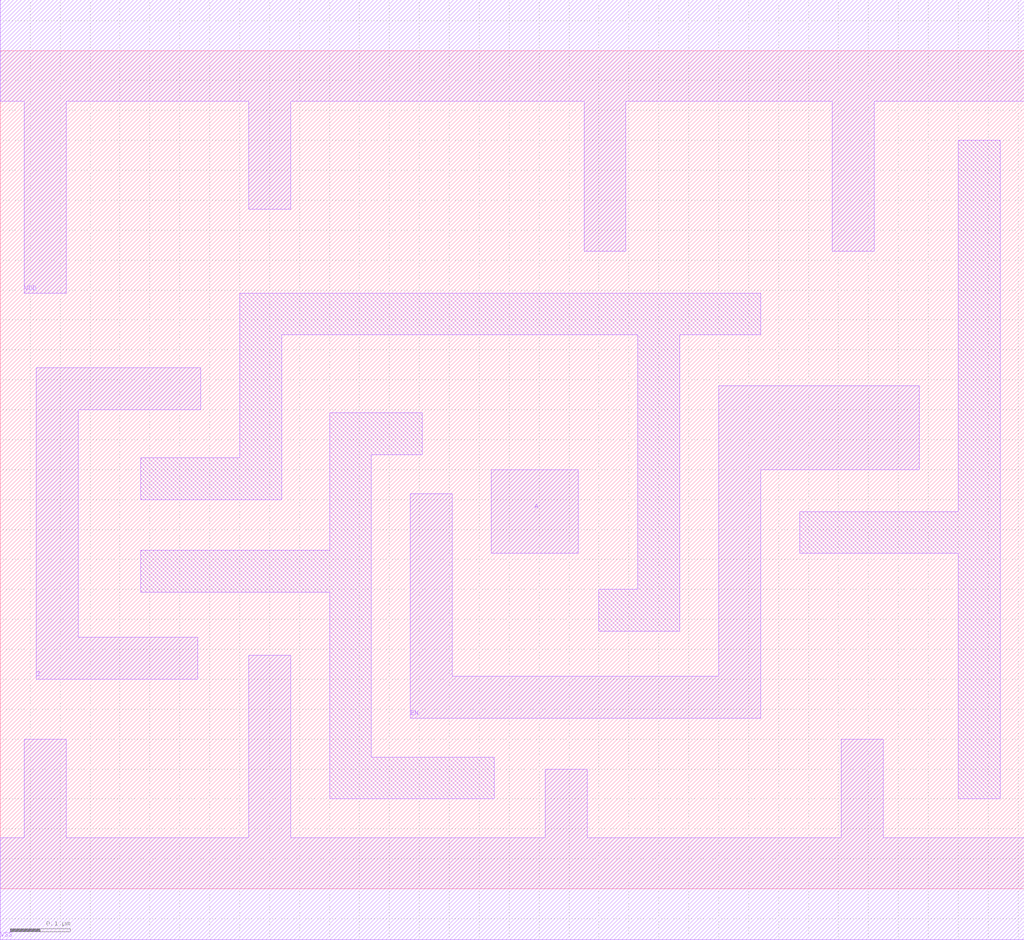
<source format=lef>
# 
# ******************************************************************************
# *                                                                            *
# *                   Copyright (C) 2004-2010, Nangate Inc.                    *
# *                           All rights reserved.                             *
# *                                                                            *
# * Nangate and the Nangate logo are trademarks of Nangate Inc.                *
# *                                                                            *
# * All trademarks, logos, software marks, and trade names (collectively the   *
# * "Marks") in this program are proprietary to Nangate or other respective    *
# * owners that have granted Nangate the right and license to use such Marks.  *
# * You are not permitted to use the Marks without the prior written consent   *
# * of Nangate or such third party that may own the Marks.                     *
# *                                                                            *
# * This file has been provided pursuant to a License Agreement containing     *
# * restrictions on its use. This file contains valuable trade secrets and     *
# * proprietary information of Nangate Inc., and is protected by U.S. and      *
# * international laws and/or treaties.                                        *
# *                                                                            *
# * The copyright notice(s) in this file does not indicate actual or intended  *
# * publication of this file.                                                  *
# *                                                                            *
# *     NGLibraryCreator, v2010.08-HR32-SP3-2010-08-05 - build 1009061800      *
# *                                                                            *
# ******************************************************************************
# 
# 
# Running on brazil06.nangate.com.br for user Giancarlo Franciscatto (gfr).
# Local time is now Fri, 3 Dec 2010, 19:32:18.
# Main process id is 27821.

VERSION 5.6 ;
BUSBITCHARS "[]" ;
DIVIDERCHAR "/" ;

MACRO TBUF_X2
  CLASS core ;
  FOREIGN TBUF_X2 0.0 0.0 ;
  ORIGIN 0 0 ;
  SYMMETRY X Y ;
  SITE FreePDK45_38x28_10R_NP_162NW_34O ;
  SIZE 1.71 BY 1.4 ;
  PIN A
    DIRECTION INPUT ;
    ANTENNAPARTIALMETALAREA 0.0203 LAYER metal1 ;
    ANTENNAPARTIALMETALSIDEAREA 0.0741 LAYER metal1 ;
    ANTENNAGATEAREA 0.1045 ;
    PORT
      LAYER metal1 ;
        POLYGON 0.82 0.56 0.825 0.56 0.965 0.56 0.965 0.7 0.825 0.7 0.82 0.7  ;
    END
  END A
  PIN EN
    DIRECTION INPUT ;
    ANTENNAPARTIALMETALAREA 0.13335 LAYER metal1 ;
    ANTENNAPARTIALMETALSIDEAREA 0.4446 LAYER metal1 ;
    ANTENNAGATEAREA 0.0785 ;
    PORT
      LAYER metal1 ;
        POLYGON 0.685 0.285 0.825 0.285 1.27 0.285 1.27 0.7 1.535 0.7 1.535 0.84 1.2 0.84 1.2 0.355 0.825 0.355 0.755 0.355 0.755 0.66 0.685 0.66  ;
    END
  END EN
  PIN Z
    DIRECTION OUTPUT ;
    ANTENNAPARTIALMETALAREA 0.06475 LAYER metal1 ;
    ANTENNAPARTIALMETALSIDEAREA 0.2587 LAYER metal1 ;
    ANTENNADIFFAREA 0.1253 ;
    PORT
      LAYER metal1 ;
        POLYGON 0.13 0.8 0.335 0.8 0.335 0.87 0.06 0.87 0.06 0.35 0.33 0.35 0.33 0.42 0.13 0.42  ;
    END
  END Z
  PIN VDD
    DIRECTION INOUT ;
    USE power ;
    SHAPE ABUTMENT ;
    PORT
      LAYER metal1 ;
        POLYGON 0 1.315 0.04 1.315 0.04 0.995 0.11 0.995 0.11 1.315 0.415 1.315 0.415 1.135 0.485 1.135 0.485 1.315 0.975 1.315 0.975 1.065 1.045 1.065 1.045 1.315 1.27 1.315 1.39 1.315 1.39 1.065 1.46 1.065 1.46 1.315 1.67 1.315 1.71 1.315 1.71 1.485 1.67 1.485 1.27 1.485 0 1.485  ;
    END
  END VDD
  PIN VSS
    DIRECTION INOUT ;
    USE ground ;
    SHAPE ABUTMENT ;
    PORT
      LAYER metal1 ;
        POLYGON 0 -0.085 1.71 -0.085 1.71 0.085 1.475 0.085 1.475 0.25 1.405 0.25 1.405 0.085 0.98 0.085 0.98 0.2 0.91 0.2 0.91 0.085 0.485 0.085 0.485 0.39 0.415 0.39 0.415 0.085 0.11 0.085 0.11 0.25 0.04 0.25 0.04 0.085 0 0.085  ;
    END
  END VSS
  OBS
      LAYER metal1 ;
        POLYGON 0.235 0.495 0.55 0.495 0.55 0.15 0.825 0.15 0.825 0.22 0.62 0.22 0.62 0.725 0.705 0.725 0.705 0.795 0.55 0.795 0.55 0.565 0.235 0.565  ;
        POLYGON 0.235 0.65 0.47 0.65 0.47 0.925 1.065 0.925 1.065 0.5 1 0.5 1 0.43 1.135 0.43 1.135 0.925 1.27 0.925 1.27 0.995 0.4 0.995 0.4 0.72 0.235 0.72  ;
        POLYGON 1.335 0.56 1.6 0.56 1.6 0.15 1.67 0.15 1.67 1.25 1.6 1.25 1.6 0.63 1.335 0.63  ;
  END
END TBUF_X2

END LIBRARY
#
# End of file
#

</source>
